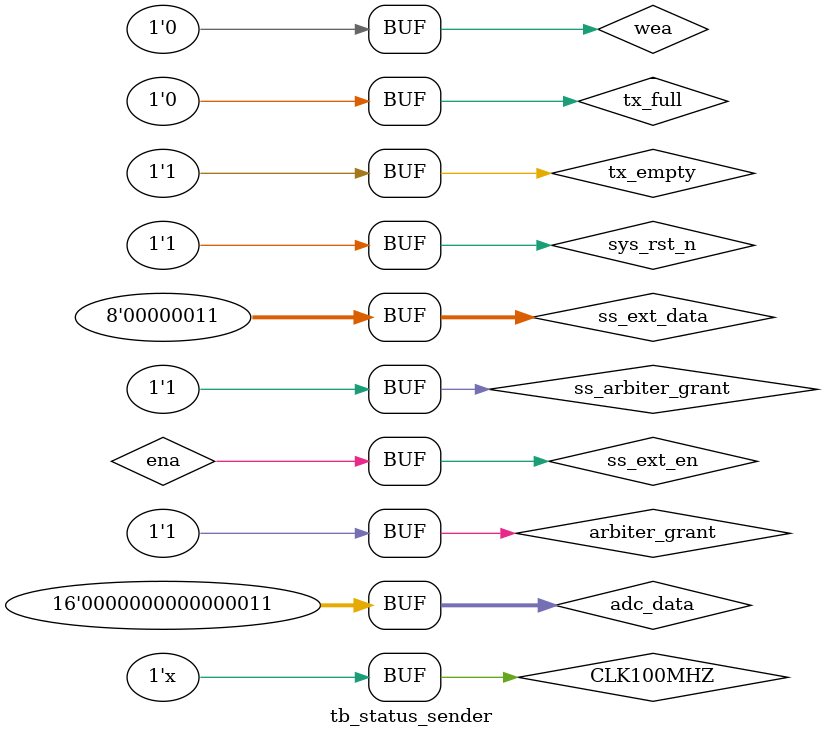
<source format=v>
`timescale 1ns / 1ns


module tb_status_sender(
    );
    reg CLK100MHZ;
    reg sys_rst_n;
    wire [7:0] tx_byte;
    wire [7:0] rx_byte;
    wire tx_wr_en;
    reg tx_full;
    reg tx_empty;

    wire arbiter_req;
    reg arbiter_grant = 1'b1;
    wire ext_wen;
    wire [15:0] ext_addr;
    wire [7:0] ext_data;
    wire ext_rst;
    wire [31:0] cmd_parser_io_set;
    wire cmd_parser_io_wr;
    
    wire ss_arbiter_req;
    reg ss_arbiter_grant = 1'b1;
    wire ss_ext_wen;
    wire [15:0] ss_ext_addr;
    reg [7:0] ss_ext_data;
    wire [15:0] ss_debug;
    wire [5:0] adc_address;   //register address: total 64 channel
    wire adc_rd;           //rd enable
    reg [15:0] adc_data; //conversion data out 16 bit
    wire scrd;
    wire [3:0] psu_ond;
    wire [31:0] ext_io_set;
    wire [31:0] ext_io_disable;
    wire ext_io_wr;
    
    wire ena = ss_ext_en;
    wire wea = 1'b0;
    wire [10:0] addra = ss_ext_addr[10:0];
    reg [7:0] dina;
    wire [7:0] douta;
    // blk_mem_gen_0 blk_mem_inst(
    //     .clka(CLK100MHZ), //: IN STD_LOGIC;
    //     .ena(ena), //: IN STD_LOGIC;
    //     .wea(wea), //: IN STD_LOGIC_VECTOR(0 DOWNTO 0);
    //     .addra(addra), //: IN STD_LOGIC_VECTOR(9 DOWNTO 0);
    //     .dina(dina), //: IN STD_LOGIC_VECTOR(7 DOWNTO 0);
    //     .douta(douta) //: OUT STD_LOGIC_VECTOR(7 DOWNTO 0)
    // );   
    // �???1. `timescale 1ns/ 1ps 문장?�� ?��?�� delay 간격?�� 1ns�???, precision?�� 1ps�??? ?��?��?�� �????��.

    initial begin // 5. ﻿initial 문장?�� ?��?��?��?��.

        CLK100MHZ = 0; 
        sys_rst_n = 0;
        adc_data = 0;
        ss_arbiter_grant = 1;
        tx_empty = 1;
        tx_full = 0;
        ss_ext_data = 0;
        #1000;
        sys_rst_n = 1;
        adc_data = 8'h01;
        ss_ext_data = 8'h01;
        #1000;
        adc_data = 8'h02;
        ss_ext_data = 8'h02;
        #1000;
        adc_data = 8'h03;
        ss_ext_data = 8'h03;
        // $finish; // ﻿system task $finish;�??? ?��?��?��.
    end

    //generate clock(100MHz)
    always
    // always
        #5 CLK100MHZ = ~CLK100MHZ; // �???6. always�??? clock?�� ?��?��?�� �????��

    //timer
    always @ (posedge(CLK100MHZ) or negedge(sys_rst_n)) begin
        if(~sys_rst_n) begin
            dina <= 0;
        end else begin
            dina <= dina + 1;
        end
    end

    integer ii;

    status_sender status_sender_inst(
        .clk(CLK100MHZ),
        .nrst(sys_rst_n),
        
        .tx_byte(tx_byte),
        .tx_wr_en(tx_wr_en), 
        .tx_full(tx_full),
        .tx_empty(tx_empty),
        .tx_dc(),

        //to adc_ctrl
        // output reg [5:0] adc_address,   //register address: total 64 channel
        // output reg adc_rd,           //rd enable
        // input wire [15:0] adc_data, //conversion data out 16 bit
        .adc_address(adc_address),   //register address: total 64 channel
        .adc_rd(adc_rd),           //rd enable
        .adc_data(adc_data), //conversion data out 16 bit

        .ext_io_set(ext_io_set),
        .ext_io_disable(ext_io_disable),
        .ext_io_wr(ext_io_wr),

        .cmd_parser_io_set(cmd_parser_io_set),
        .cmd_parser_io_wr(cmd_parser_io_wr),

        .arbiter_req(ss_arbiter_req),
        .arbiter_grant(ss_arbiter_grant),
        .ext_en(ss_ext_en),
        .ext_addr(ss_ext_addr),
        // .ext_data(ss_ext_data),
        .ext_data(douta),

        .scrd(scrd),
        .psu_ond(psu_ond),

        .debug(ss_debug)
    );

//  <-----Cut code below this line---->
   // xpm_memory_spram: Single Port RAM
   // Xilinx Parameterized Macro, version 2023.2
    xpm_memory_spram #(
      .ADDR_WIDTH_A(11),              // DECIMAL
      .AUTO_SLEEP_TIME(0),           // DECIMAL
      .BYTE_WRITE_WIDTH_A(8),       // DECIMAL
      .CASCADE_HEIGHT(0),            // DECIMAL
      .ECC_BIT_RANGE("7:0"),         // String
      .ECC_MODE("no_ecc"),           // String
      .ECC_TYPE("none"),             // String
      .IGNORE_INIT_SYNTH(0),         // DECIMAL
      .MEMORY_INIT_FILE("none"),     // String
      .MEMORY_INIT_PARAM("0,1,2,3,4,5,6,7,8,9,a,b,c,d,e,f,0"),       // String
      .MEMORY_OPTIMIZATION("true"),  // String
      .MEMORY_PRIMITIVE("auto"),     // String
      .MEMORY_SIZE(2048),            // DECIMAL
      .MESSAGE_CONTROL(0),           // DECIMAL
      .RAM_DECOMP("auto"),           // String
      .READ_DATA_WIDTH_A(8),        // DECIMAL
      .READ_LATENCY_A(1),            // DECIMAL
      .READ_RESET_VALUE_A("0"),      // String
      .RST_MODE_A("SYNC"),           // String
      .SIM_ASSERT_CHK(0),            // DECIMAL; 0=disable simulation messages, 1=enable simulation messages
      .USE_MEM_INIT(1),              // DECIMAL
      .USE_MEM_INIT_MMI(0),          // DECIMAL
      .WAKEUP_TIME("disable_sleep"), // String
      .WRITE_DATA_WIDTH_A(8),       // DECIMAL
      .WRITE_MODE_A("write_first"),   // String
      .WRITE_PROTECT(1)              // DECIMAL
    ) 
    xpm_memory_spram_inst (
      .dbiterra(dbiterra),             // 1-bit output: Status signal to indicate double bit error occurrence
                                       // on the data output of port A.

      .douta(douta),                   // READ_DATA_WIDTH_A-bit output: Data output for port A read operations.
      .sbiterra(sbiterra),             // 1-bit output: Status signal to indicate single bit error occurrence
                                       // on the data output of port A.

      .addra(addra),                   // ADDR_WIDTH_A-bit input: Address for port A write and read operations.
      .clka(CLK100MHZ),                     // 1-bit input: Clock signal for port A.
      .dina(dina),                     // WRITE_DATA_WIDTH_A-bit input: Data input for port A write operations.
      .ena(ena),                       // 1-bit input: Memory enable signal for port A. Must be high on clock
                                       // cycles when read or write operations are initiated. Pipelined
                                       // internally.

      .injectdbiterra(1'b0), // 1-bit input: Controls double bit error injection on input data when
                                       // ECC enabled (Error injection capability is not available in
                                       // "decode_only" mode).

      .injectsbiterra(1'b0), // 1-bit input: Controls single bit error injection on input data when
                                       // ECC enabled (Error injection capability is not available in
                                       // "decode_only" mode).

      .regcea(1'b1),                 // 1-bit input: Clock Enable for the last register stage on the output
                                       // data path.

      .rsta(1'b0),                // 1-bit input: Reset signal for the final port A output register stage.
                                       // Synchronously resets output port douta to the value specified by
                                       // parameter READ_RESET_VALUE_A.

      .sleep(1'b0),                   // 1-bit input: sleep signal to enable the dynamic power saving feature.
      .wea(wea)                        // WRITE_DATA_WIDTH_A/BYTE_WRITE_WIDTH_A-bit input: Write enable vector
                                       // for port A input data port dina. 1 bit wide when word-wide writes are
                                       // used. In byte-wide write configurations, each bit controls the
                                       // writing one byte of dina to address addra. For example, to
                                       // synchronously write only bits [15-8] of dina when WRITE_DATA_WIDTH_A
                                       // is 32, wea would be 4'b0010.

    );
   // End of xpm_memory_spram_inst instantiation
endmodule

</source>
